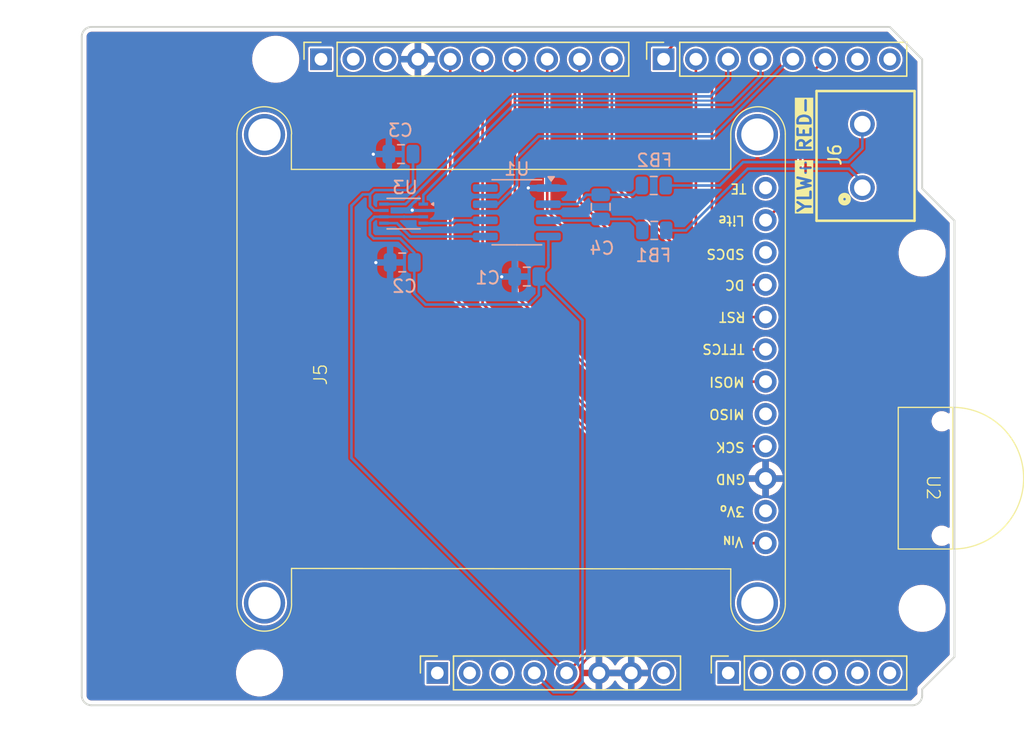
<source format=kicad_pcb>
(kicad_pcb (version 20240108) (generator "pcbnew") (generator_version "8.0")
  (title_block (date "mar. 31 mars 2015"))
  (layers (0 "F.Cu" signal) (31 "B.Cu" signal) (34 "B.Paste" user) (35 "F.Paste" user) (36 "B.SilkS" user "B.Silkscreen") (37 "F.SilkS" user "F.Silkscreen") (38 "B.Mask" user) (39 "F.Mask" user) (44 "Edge.Cuts" user))
  (net 0 "")
  (net 1 "GND")
  (net 3 "+5V")
  (net 4 "/IOREF")
  (net 5 "/A0")
  (net 6 "/A1")
  (net 7 "/A2")
  (net 8 "/A3")
  (net 9 "/SDA{slash}A4")
  (net 10 "/SCL{slash}A5")
  (net 11 "/AREF")
  (net 12 "/TX{slash}1")
  (net 13 "/RX{slash}0")
  (net 14 "+3V3")
  (net 15 "VCC")
  (net 16 "/~{RESET}")
  (net 17 "Net-(U1-T+)")
  (net 18 "Net-(U1-T-)")
  (net 19 "Net-(FB1-Pad1)")
  (net 20 "Net-(FB2-Pad2)")
  (net 21 "/MAX31855_SCK_3V3")
  (net 22 "/MAX31855_~{CS}_3V3")
  (net 30 "/TFT_MOSI")
  (net 31 "/THMB_CW")
  (net 32 "/TFT_SCK")
  (net 33 "/TFT_~{CS}")
  (net 34 "/TFT_DC")
  (net 35 "/TFT_RST")
  (net 36 "/TFT_BL")
  (net 37 "/THMB_CCW")
  (net 38 "/MAX31855_MISO")
  (net 39 "/THMB_PRESS")
  (net 40 "/MAX31855_~{CS}_5V")
  (net 41 "/MAX31855_SCK_5V")
  (net 42 "/A5")
  (net 43 "/A4")
  (footprint "Connector_PinSocket_2.54mm:PinSocket_1x08_P2.54mm_Vertical" (layer "F.Cu") (at 127.94 97.46 90)
    (property "Reference" "J1" (hide yes))
    (property "Value" "Power")
    (fp_line (start 1.33 -1.33) (end 1.33 0) (stroke (width 0.12)) (layer "F.SilkS"))
    (fp_line (start 0 -1.33) (end 1.33 -1.33) (stroke (width 0.12)) (layer "F.SilkS"))
    (fp_line (start 1.33 1.27) (end 1.33 19.11) (stroke (width 0.12)) (layer "F.SilkS"))
    (fp_line (start -1.33 1.27) (end 1.33 1.27) (stroke (width 0.12)) (layer "F.SilkS"))
    (fp_line (start -1.33 1.27) (end -1.33 19.11) (stroke (width 0.12)) (layer "F.SilkS"))
    (fp_line (start -1.33 19.11) (end 1.33 19.11) (stroke (width 0.12)) (layer "F.SilkS"))
    (pad "1" thru_hole rect (at 0 0 90) (size 1.7 1.7) (drill 1) (layers "*.Cu" "*.Mask"))
    (pad "2" thru_hole oval (at 0 2.54 90) (size 1.7 1.7) (drill 1) (layers "*.Cu" "*.Mask") (net 4 "/IOREF"))
    (pad "3" thru_hole oval (at 0 5.08 90) (size 1.7 1.7) (drill 1) (layers "*.Cu" "*.Mask") (net 16 "/~{RESET}"))
    (pad "4" thru_hole oval (at 0 7.62 90) (size 1.7 1.7) (drill 1) (layers "*.Cu" "*.Mask") (net 14 "+3V3"))
    (pad "5" thru_hole oval (at 0 10.16 90) (size 1.7 1.7) (drill 1) (layers "*.Cu" "*.Mask") (net 3 "+5V"))
    (pad "6" thru_hole oval (at 0 12.7 90) (size 1.7 1.7) (drill 1) (layers "*.Cu" "*.Mask") (net 1 "GND"))
    (pad "7" thru_hole oval (at 0 15.24 90) (size 1.7 1.7) (drill 1) (layers "*.Cu" "*.Mask") (net 1 "GND"))
    (pad "8" thru_hole oval (at 0 17.78 90) (size 1.7 1.7) (drill 1) (layers "*.Cu" "*.Mask") (net 15 "VCC"))
  )
  (footprint "Connector_PinSocket_2.54mm:PinSocket_1x06_P2.54mm_Vertical" (layer "F.Cu") (at 150.8 97.46 90)
    (property "Reference" "J3" (hide yes))
    (property "Value" "Analog")
    (fp_line (start 1.33 -1.33) (end 1.33 0) (stroke (width 0.12)) (layer "F.SilkS"))
    (fp_line (start 0 -1.33) (end 1.33 -1.33) (stroke (width 0.12)) (layer "F.SilkS"))
    (fp_line (start 1.33 1.27) (end 1.33 14.03) (stroke (width 0.12)) (layer "F.SilkS"))
    (fp_line (start -1.33 1.27) (end 1.33 1.27) (stroke (width 0.12)) (layer "F.SilkS"))
    (fp_line (start -1.33 1.27) (end -1.33 14.03) (stroke (width 0.12)) (layer "F.SilkS"))
    (fp_line (start -1.33 14.03) (end 1.33 14.03) (stroke (width 0.12)) (layer "F.SilkS"))
    (pad "1" thru_hole rect (at 0 0 90) (size 1.7 1.7) (drill 1) (layers "*.Cu" "*.Mask") (net 5 "/A0"))
    (pad "2" thru_hole oval (at 0 2.54 90) (size 1.7 1.7) (drill 1) (layers "*.Cu" "*.Mask") (net 6 "/A1"))
    (pad "3" thru_hole oval (at 0 5.08 90) (size 1.7 1.7) (drill 1) (layers "*.Cu" "*.Mask") (net 7 "/A2"))
    (pad "4" thru_hole oval (at 0 7.62 90) (size 1.7 1.7) (drill 1) (layers "*.Cu" "*.Mask") (net 8 "/A3"))
    (pad "5" thru_hole oval (at 0 10.16 90) (size 1.7 1.7) (drill 1) (layers "*.Cu" "*.Mask") (net 43 "/A4"))
    (pad "6" thru_hole oval (at 0 12.7 90) (size 1.7 1.7) (drill 1) (layers "*.Cu" "*.Mask") (net 42 "/A5"))
  )
  (footprint "Connector_PinSocket_2.54mm:PinSocket_1x10_P2.54mm_Vertical" (layer "F.Cu") (at 118.796 49.2 90)
    (property "Reference" "J2" (hide yes))
    (property "Value" "Digital/PWM")
    (fp_line (start 1.33 -1.33) (end 1.33 0) (stroke (width 0.12)) (layer "F.SilkS"))
    (fp_line (start 0 -1.33) (end 1.33 -1.33) (stroke (width 0.12)) (layer "F.SilkS"))
    (fp_line (start 1.33 1.27) (end 1.33 24.19) (stroke (width 0.12)) (layer "F.SilkS"))
    (fp_line (start -1.33 1.27) (end 1.33 1.27) (stroke (width 0.12)) (layer "F.SilkS"))
    (fp_line (start -1.33 1.27) (end -1.33 24.19) (stroke (width 0.12)) (layer "F.SilkS"))
    (fp_line (start -1.33 24.19) (end 1.33 24.19) (stroke (width 0.12)) (layer "F.SilkS"))
    (pad "1" thru_hole rect (at 0 0 90) (size 1.7 1.7) (drill 1) (layers "*.Cu" "*.Mask") (net 10 "/SCL{slash}A5"))
    (pad "2" thru_hole oval (at 0 2.54 90) (size 1.7 1.7) (drill 1) (layers "*.Cu" "*.Mask") (net 9 "/SDA{slash}A4"))
    (pad "3" thru_hole oval (at 0 5.08 90) (size 1.7 1.7) (drill 1) (layers "*.Cu" "*.Mask") (net 11 "/AREF"))
    (pad "4" thru_hole oval (at 0 7.62 90) (size 1.7 1.7) (drill 1) (layers "*.Cu" "*.Mask") (net 1 "GND"))
    (pad "5" thru_hole oval (at 0 10.16 90) (size 1.7 1.7) (drill 1) (layers "*.Cu" "*.Mask") (net 32 "/TFT_SCK"))
    (pad "6" thru_hole oval (at 0 12.7 90) (size 1.7 1.7) (drill 1) (layers "*.Cu" "*.Mask") (net 31 "/THMB_CW"))
    (pad "7" thru_hole oval (at 0 15.24 90) (size 1.7 1.7) (drill 1) (layers "*.Cu" "*.Mask") (net 30 "/TFT_MOSI"))
    (pad "8" thru_hole oval (at 0 17.78 90) (size 1.7 1.7) (drill 1) (layers "*.Cu" "*.Mask") (net 33 "/TFT_~{CS}"))
    (pad "9" thru_hole oval (at 0 20.32 90) (size 1.7 1.7) (drill 1) (layers "*.Cu" "*.Mask") (net 35 "/TFT_RST"))
    (pad "10" thru_hole oval (at 0 22.86 90) (size 1.7 1.7) (drill 1) (layers "*.Cu" "*.Mask") (net 34 "/TFT_DC"))
  )
  (footprint "Connector_PinSocket_2.54mm:PinSocket_1x08_P2.54mm_Vertical" (layer "F.Cu") (at 145.72 49.2 90)
    (property "Reference" "J4" (hide yes))
    (property "Value" "Digital/PWM")
    (fp_line (start 1.33 -1.33) (end 1.33 0) (stroke (width 0.12)) (layer "F.SilkS"))
    (fp_line (start 0 -1.33) (end 1.33 -1.33) (stroke (width 0.12)) (layer "F.SilkS"))
    (fp_line (start 1.33 1.27) (end 1.33 19.11) (stroke (width 0.12)) (layer "F.SilkS"))
    (fp_line (start -1.33 1.27) (end 1.33 1.27) (stroke (width 0.12)) (layer "F.SilkS"))
    (fp_line (start -1.33 1.27) (end -1.33 19.11) (stroke (width 0.12)) (layer "F.SilkS"))
    (fp_line (start -1.33 19.11) (end 1.33 19.11) (stroke (width 0.12)) (layer "F.SilkS"))
    (pad "1" thru_hole rect (at 0 0 90) (size 1.7 1.7) (drill 1) (layers "*.Cu" "*.Mask") (net 37 "/THMB_CCW"))
    (pad "2" thru_hole oval (at 0 2.54 90) (size 1.7 1.7) (drill 1) (layers "*.Cu" "*.Mask") (net 39 "/THMB_PRESS"))
    (pad "3" thru_hole oval (at 0 5.08 90) (size 1.7 1.7) (drill 1) (layers "*.Cu" "*.Mask") (net 41 "/MAX31855_SCK_5V"))
    (pad "4" thru_hole oval (at 0 7.62 90) (size 1.7 1.7) (drill 1) (layers "*.Cu" "*.Mask") (net 40 "/MAX31855_~{CS}_5V"))
    (pad "5" thru_hole oval (at 0 10.16 90) (size 1.7 1.7) (drill 1) (layers "*.Cu" "*.Mask") (net 38 "/MAX31855_MISO"))
    (pad "6" thru_hole oval (at 0 12.7 90) (size 1.7 1.7) (drill 1) (layers "*.Cu" "*.Mask") (net 36 "/TFT_BL"))
    (pad "7" thru_hole oval (at 0 15.24 90) (size 1.7 1.7) (drill 1) (layers "*.Cu" "*.Mask") (net 12 "/TX{slash}1"))
    (pad "8" thru_hole oval (at 0 17.78 90) (size 1.7 1.7) (drill 1) (layers "*.Cu" "*.Mask") (net 13 "/RX{slash}0"))
  )
  (footprint "Arduino_MountingHole:MountingHole_3.2mm" (layer "F.Cu") (at 115.24 49.2)
    (property "Reference" "MH1" (hide yes))
    (property "Value" "MountingHole_3.2mm" (hide yes))
    (pad "" np_thru_hole circle (at 0 0) (size 3.2 3.2) (drill 3.2) (layers "*.Cu" "*.Mask"))
  )
  (footprint "KnitterSwitch:PLSJ1" (layer "F.Cu") (at 168.505 76.57 -90)
    (property "Reference" "U2" (at 6.305 1.59 -90) (layer "F.SilkS") (effects (font (thickness 0.1))))
    (property "Value" "~")
    (fp_rect (start 0.005 0.06) (end 11.145 4.345) (stroke (width 0.1)) (fill none) (layer "F.SilkS"))
    (fp_arc (start 0.005 0.06) (mid 5.575 -5.51) (end 11.145 0.06) (stroke (width 0.1)) (layer "F.SilkS"))
    (pad "" np_thru_hole circle (at 1.1 0.925 270) (size 1.1 1.1) (drill 1.1) (layers "F&B.Cu" "*.Mask"))
    (pad "" np_thru_hole circle (at 10.1 0.925 270) (size 1.1 1.1) (drill 1.1) (layers "F&B.Cu" "*.Mask"))
    (pad "1" smd rect (at 1.85 3.725 270) (size 0.8 1.2) (layers "F.Cu" "F.Paste" "F.Mask") (net 37 "/THMB_CCW"))
    (pad "2" smd rect (at 3.35 3.725 270) (size 0.8 1.2) (layers "F.Cu" "F.Paste" "F.Mask"))
    (pad "3" smd rect (at 7.85 3.725 270) (size 0.8 1.2) (layers "F.Cu" "F.Paste" "F.Mask"))
    (pad "4" smd rect (at 9.35 3.725 270) (size 0.8 1.2) (layers "F.Cu" "F.Paste" "F.Mask") (net 31 "/THMB_CW"))
    (pad "5" smd rect (at 4.85 3.725 270) (size 0.8 1.2) (layers "F.Cu" "F.Paste" "F.Mask") (net 39 "/THMB_PRESS"))
    (pad "6" smd rect (at 0.75 3.975 270) (size 0.7 0.7) (layers "F.Cu" "F.Paste" "F.Mask") (net 1 "GND"))
    (pad "6" smd rect (at 6.35 3.725 270) (size 0.8 1.2) (layers "F.Cu" "F.Paste" "F.Mask") (net 1 "GND"))
    (pad "6" smd rect (at 10.45 3.975 270) (size 0.7 0.7) (layers "F.Cu" "F.Paste" "F.Mask") (net 1 "GND"))
  )
  (footprint "691137710002:691137710002" (layer "F.Cu") (at 161.34 56.8 90)
    (property "Reference" "J6" (at 0.09 -2.16 -90) (layer "F.SilkS"))
    (property "Value" "691137710002")
    (property "VALUE" "691137710002" (hide yes))
    (fp_line (start 5.1 -3.6) (end 5.1 4.1) (stroke (width 0.2)) (layer "F.SilkS"))
    (fp_line (start -5.1 -3.6) (end 5.1 -3.6) (stroke (width 0.2)) (layer "F.SilkS"))
    (fp_line (start 5.1 4.1) (end -5.1 4.1) (stroke (width 0.2)) (layer "F.SilkS"))
    (fp_line (start -5.1 4.1) (end -5.1 -3.6) (stroke (width 0.2)) (layer "F.SilkS"))
    (fp_circle (center -3.4 -1.4) (end -3.3 -1.4) (stroke (width 0.4)) (fill none) (layer "F.SilkS"))
    (pad "1" thru_hole circle (at -2.5 0 90) (size 1.95 1.95) (drill 1.3) (layers "*.Cu" "*.Mask") (net 19 "Net-(FB1-Pad1)"))
    (pad "2" thru_hole circle (at 2.5 0 90) (size 1.95 1.95) (drill 1.3) (layers "*.Cu" "*.Mask") (net 20 "Net-(FB2-Pad2)"))
  )
  (footprint "Adafruit:1.54 TFT 240x240" (layer "F.Cu") (at 111.5725 94.7025 90)
    (property "Reference" "J5" (at 20.705 7.19 90) (layer "F.SilkS") (effects (font (thickness 0.1))))
    (property "Value" "Adafruit 1.54\" TFT")
    (fp_line (start 2.675 0.625) (end 39.62 0.625) (stroke (width 0.1)) (layer "F.SilkS"))
    (fp_line (start 36.84 4.9) (end 39.59 4.9) (stroke (width 0.1)) (layer "F.SilkS"))
    (fp_line (start 36.84 4.9) (end 36.84 39.425) (stroke (width 0.1)) (layer "F.SilkS"))
    (fp_line (start 2.71 4.91) (end 5.46 4.91) (stroke (width 0.1)) (layer "F.SilkS"))
    (fp_line (start 36.84 39.425) (end 39.59 39.425) (stroke (width 0.1)) (layer "F.SilkS"))
    (fp_line (start 5.425 39.425) (end 5.46 4.91) (stroke (width 0.1)) (layer "F.SilkS"))
    (fp_line (start 2.675 39.425) (end 5.425 39.425) (stroke (width 0.1)) (layer "F.SilkS"))
    (fp_line (start 2.675 43.715) (end 39.62 43.715) (stroke (width 0.1)) (layer "F.SilkS"))
    (fp_arc (start 39.62 0.625) (mid 41.765 2.77) (end 39.62 4.915) (stroke (width 0.1)) (layer "F.SilkS"))
    (fp_arc (start 2.675 4.915) (mid 0.53 2.77) (end 2.675 0.625) (stroke (width 0.1)) (layer "F.SilkS"))
    (fp_arc (start 39.62 39.425) (mid 41.765 41.57) (end 39.62 43.715) (stroke (width 0.1)) (layer "F.SilkS"))
    (fp_arc (start 2.675 43.715) (mid 0.53 41.57) (end 2.675 39.425) (stroke (width 0.1)) (layer "F.SilkS"))
    (fp_text user "MISO" (at 18.0404 40.5872 180) (layer "F.SilkS") (effects (font (size 0.762 0.762) (thickness 0.127) (bold yes)) (justify left bottom)))
    (fp_text user "RST" (at 25.6858 40.6634 180) (layer "F.SilkS") (effects (font (size 0.762 0.762) (thickness 0.127) (bold yes)) (justify left bottom)))
    (fp_text user "MOSI" (at 20.5804 40.5872 180) (layer "F.SilkS") (effects (font (size 0.762 0.762) (thickness 0.127) (bold yes)) (justify left bottom)))
    (fp_text user "TFTCS" (at 23.1712 40.5872 180) (layer "F.SilkS") (effects (font (size 0.762 0.762) (thickness 0.127) (bold yes)) (justify left bottom)))
    (fp_text user "Lite" (at 33.255 40.5872 180) (layer "F.SilkS") (effects (font (size 0.762 0.762) (thickness 0.127) (bold yes)) (justify left bottom)))
    (fp_text user "V_{IN}" (at 7.982 40.4856 180) (layer "F.SilkS") (effects (font (size 0.762 0.762) (thickness 0.127) (bold yes)) (justify left bottom)))
    (fp_text user "SDCS" (at 30.6388 40.5872 180) (layer "F.SilkS") (effects (font (size 0.762 0.762) (thickness 0.127) (bold yes)) (justify left bottom)))
    (fp_text user "TE" (at 35.78 40.747 180) (layer "F.SilkS") (effects (font (size 0.762 0.762) (thickness 0.127) (bold yes)) (justify left bottom)))
    (fp_text user "DC" (at 28.2004 40.5872 180) (layer "F.SilkS") (effects (font (size 0.762 0.762) (thickness 0.127) (bold yes)) (justify left bottom)))
    (fp_text user "SCK" (at 15.4496 40.5872 180) (layer "F.SilkS") (effects (font (size 0.762 0.762) (thickness 0.127) (bold yes)) (justify left bottom)))
    (fp_text user "3V_{o}" (at 10.395 40.5872 180) (layer "F.SilkS") (effects (font (size 0.762 0.762) (thickness 0.127) (bold yes)) (justify left bottom)))
    (fp_text user "GND" (at 12.935 40.6634 180) (layer "F.SilkS") (effects (font (size 0.762 0.762) (thickness 0.127) (bold yes)) (justify left bottom)))
    (pad "" np_thru_hole circle (at 2.7486 2.7868) (size 3.24 3.24) (drill 2.54) (layers "*.Cu" "*.Mask"))
    (pad "" np_thru_hole circle (at 2.7486 41.5218) (size 3.24 3.24) (drill 2.54) (layers "*.Cu" "*.Mask"))
    (pad "" np_thru_hole circle (at 39.5786 2.7868) (size 3.24 3.24) (drill 2.54) (layers "*.Cu" "*.Mask"))
    (pad "" np_thru_hole circle (at 39.5786 41.5218) (size 3.24 3.24) (drill 2.54) (layers "*.Cu" "*.Mask"))
    (pad "1" thru_hole oval (at 7.4486 42.162 90) (size 1.7272 1.7272) (drill 1.016) (layers "*.Cu" "*.Mask") (net 3 "+5V"))
    (pad "2" thru_hole oval (at 9.9886 42.162 90) (size 1.7272 1.7272) (drill 1.016) (layers "*.Cu" "*.Mask"))
    (pad "3" thru_hole oval (at 12.5286 42.162 90) (size 1.7272 1.7272) (drill 1.016) (layers "*.Cu" "*.Mask") (net 1 "GND"))
    (pad "4" thru_hole oval (at 15.0686 42.162 90) (size 1.7272 1.7272) (drill 1.016) (layers "*.Cu" "*.Mask") (net 32 "/TFT_SCK"))
    (pad "5" thru_hole oval (at 17.6086 42.162 90) (size 1.7272 1.7272) (drill 1.016) (layers "*.Cu" "*.Mask"))
    (pad "6" thru_hole oval (at 20.1486 42.162 90) (size 1.7272 1.7272) (drill 1.016) (layers "*.Cu" "*.Mask") (net 30 "/TFT_MOSI"))
    (pad "7" thru_hole oval (at 22.6886 42.162 90) (size 1.7272 1.7272) (drill 1.016) (layers "*.Cu" "*.Mask") (net 33 "/TFT_~{CS}"))
    (pad "8" thru_hole oval (at 25.2286 42.162 90) (size 1.7272 1.7272) (drill 1.016) (layers "*.Cu" "*.Mask") (net 35 "/TFT_RST"))
    (pad "9" thru_hole oval (at 27.7686 42.162 90) (size 1.7272 1.7272) (drill 1.016) (layers "*.Cu" "*.Mask") (net 34 "/TFT_DC"))
    (pad "10" thru_hole oval (at 30.3086 42.162 90) (size 1.7272 1.7272) (drill 1.016) (layers "*.Cu" "*.Mask"))
    (pad "11" thru_hole oval (at 32.8486 42.162 90) (size 1.7272 1.7272) (drill 1.016) (layers "*.Cu" "*.Mask") (net 36 "/TFT_BL"))
    (pad "12" thru_hole oval (at 35.3886 42.162 90) (size 1.7272 1.7272) (drill 1.016) (layers "*.Cu" "*.Mask"))
  )
  (footprint "Arduino_MountingHole:MountingHole_3.2mm" (layer "F.Cu") (at 113.97 97.46)
    (property "Reference" "MH2" (hide yes))
    (property "Value" "MountingHole_3.2mm" (hide yes))
    (pad "" np_thru_hole circle (at 0 0) (size 3.2 3.2) (drill 3.2) (layers "*.Cu" "*.Mask"))
  )
  (footprint "Arduino_MountingHole:MountingHole_3.2mm" (layer "F.Cu") (at 166.04 64.44)
    (property "Reference" "MH3" (hide yes))
    (property "Value" "MountingHole_3.2mm" (hide yes))
    (pad "" np_thru_hole circle (at 0 0) (size 3.2 3.2) (drill 3.2) (layers "*.Cu" "*.Mask"))
  )
  (footprint "Arduino_MountingHole:MountingHole_3.2mm" (layer "F.Cu") (at 166.04 92.38)
    (property "Reference" "MH4" (hide yes))
    (property "Value" "MountingHole_3.2mm" (hide yes))
    (pad "" np_thru_hole circle (at 0 0) (size 3.2 3.2) (drill 3.2) (layers "*.Cu" "*.Mask"))
  )
  (footprint "Capacitor_SMD:C_0805_2012Metric" (layer "B.Cu") (at 140.78 60.81 90)
    (property "Reference" "C4" (at -3.25 0.1 360) (layer "B.SilkS") (effects (justify mirror)))
    (property "Value" "10 nF")
    (fp_line (start 0.261252 -0.735) (end -0.261252 -0.735) (stroke (width 0.12)) (layer "B.SilkS"))
    (fp_line (start 0.261252 0.735) (end -0.261252 0.735) (stroke (width 0.12)) (layer "B.SilkS"))
    (pad "1" smd roundrect (at -0.95 0 90) (size 1 1.45) (layers "B.Cu" "B.Paste" "B.Mask") (net 17 "Net-(U1-T+)"))
    (pad "2" smd roundrect (at 0.95 0 90) (size 1 1.45) (layers "B.Cu" "B.Paste" "B.Mask") (net 18 "Net-(U1-T-)"))
  )
  (footprint "Capacitor_SMD:C_0805_2012Metric" (layer "B.Cu") (at 125.18 65.18 180)
    (property "Reference" "C2" (at -0.18 -1.87 180) (layer "B.SilkS") (effects (justify mirror)))
    (property "Value" "0.1 uF")
    (fp_line (start 0.261252 0.735) (end -0.261252 0.735) (stroke (width 0.12)) (layer "B.SilkS"))
    (fp_line (start 0.261252 -0.735) (end -0.261252 -0.735) (stroke (width 0.12)) (layer "B.SilkS"))
    (pad "1" smd roundrect (at -0.95 0 180) (size 1 1.45) (layers "B.Cu" "B.Paste" "B.Mask") (net 14 "+3V3"))
    (pad "2" smd roundrect (at 0.95 0 180) (size 1 1.45) (layers "B.Cu" "B.Paste" "B.Mask") (net 1 "GND"))
  )
  (footprint "Capacitor_SMD:C_0805_2012Metric" (layer "B.Cu") (at 134.97 66.29 180)
    (property "Reference" "C1" (at 3.07 -0.1 180) (layer "B.SilkS") (effects (justify mirror)))
    (property "Value" "0.1 uF")
    (fp_line (start 0.261252 0.735) (end -0.261252 0.735) (stroke (width 0.12)) (layer "B.SilkS"))
    (fp_line (start 0.261252 -0.735) (end -0.261252 -0.735) (stroke (width 0.12)) (layer "B.SilkS"))
    (pad "1" smd roundrect (at -0.95 0 180) (size 1 1.45) (layers "B.Cu" "B.Paste" "B.Mask") (net 14 "+3V3"))
    (pad "2" smd roundrect (at 0.95 0 180) (size 1 1.45) (layers "B.Cu" "B.Paste" "B.Mask") (net 1 "GND"))
  )
  (footprint "Fuse:Fuse_0805_2012Metric" (layer "B.Cu") (at 144.9875 62.66 180)
    (property "Reference" "FB1" (at 0.0675 -1.97 180) (layer "B.SilkS") (effects (justify mirror)))
    (property "Value" "600Ω")
    (fp_line (start 0.258578 0.71) (end -0.258578 0.71) (stroke (width 0.12)) (layer "B.SilkS"))
    (fp_line (start 0.258578 -0.71) (end -0.258578 -0.71) (stroke (width 0.12)) (layer "B.SilkS"))
    (pad "1" smd roundrect (at -0.9375 0 180) (size 0.975 1.4) (layers "B.Cu" "B.Paste" "B.Mask") (net 19 "Net-(FB1-Pad1)"))
    (pad "2" smd roundrect (at 0.9375 0 180) (size 0.975 1.4) (layers "B.Cu" "B.Paste" "B.Mask") (net 17 "Net-(U1-T+)"))
  )
  (footprint "Fuse:Fuse_0805_2012Metric" (layer "B.Cu") (at 144.95 59.13)
    (property "Reference" "FB2" (at 0.05 -1.98 360) (layer "B.SilkS") (effects (justify mirror)))
    (property "Value" "600Ω")
    (fp_line (start 0.258578 -0.71) (end -0.258578 -0.71) (stroke (width 0.12)) (layer "B.SilkS"))
    (fp_line (start 0.258578 0.71) (end -0.258578 0.71) (stroke (width 0.12)) (layer "B.SilkS"))
    (pad "1" smd roundrect (at -0.9375 0) (size 0.975 1.4) (layers "B.Cu" "B.Paste" "B.Mask") (net 18 "Net-(U1-T-)"))
    (pad "2" smd roundrect (at 0.9375 0) (size 0.975 1.4) (layers "B.Cu" "B.Paste" "B.Mask") (net 20 "Net-(FB2-Pad2)"))
  )
  (footprint "Capacitor_SMD:C_0805_2012Metric" (layer "B.Cu") (at 125.08 56.66 180)
    (property "Reference" "C3" (at 0.04 1.87 180) (layer "B.SilkS") (effects (justify mirror)))
    (property "Value" "0.1 uF")
    (fp_line (start 0.261252 0.735) (end -0.261252 0.735) (stroke (width 0.12)) (layer "B.SilkS"))
    (fp_line (start 0.261252 -0.735) (end -0.261252 -0.735) (stroke (width 0.12)) (layer "B.SilkS"))
    (pad "1" smd roundrect (at -0.95 0 180) (size 1 1.45) (layers "B.Cu" "B.Paste" "B.Mask") (net 3 "+5V"))
    (pad "2" smd roundrect (at 0.95 0 180) (size 1 1.45) (layers "B.Cu" "B.Paste" "B.Mask") (net 1 "GND"))
  )
  (footprint "Package_SO:SOIC-8_3.9x4.9mm_P1.27mm" (layer "B.Cu") (at 134.19 61.235 180)
    (property "Reference" "U1" (at 0 3.4 180) (layer "B.SilkS") (effects (justify mirror)))
    (property "Value" "MAX31855KASA")
    (fp_line (start 1.95 2.56) (end 0 2.56) (stroke (width 0.12)) (layer "B.SilkS"))
    (fp_line (start 1.95 -2.56) (end 0 -2.56) (stroke (width 0.12)) (layer "B.SilkS"))
    (fp_line (start -1.95 2.56) (end 0 2.56) (stroke (width 0.12)) (layer "B.SilkS"))
    (fp_line (start -1.95 -2.56) (end 0 -2.56) (stroke (width 0.12)) (layer "B.SilkS"))
    (fp_poly (pts (xy -2.7 2.465) (xy -2.94 2.795) (xy -2.46 2.795) (xy -2.7 2.465)) (stroke (width 0.12)) (fill solid) (layer "B.SilkS"))
    (pad "1" smd roundrect (at -2.475 1.905 180) (size 1.95 0.6) (layers "B.Cu" "B.Paste" "B.Mask") (net 1 "GND"))
    (pad "2" smd roundrect (at -2.475 0.635 180) (size 1.95 0.6) (layers "B.Cu" "B.Paste" "B.Mask") (net 18 "Net-(U1-T-)"))
    (pad "3" smd roundrect (at -2.475 -0.635 180) (size 1.95 0.6) (layers "B.Cu" "B.Paste" "B.Mask") (net 17 "Net-(U1-T+)"))
    (pad "4" smd roundrect (at -2.475 -1.905 180) (size 1.95 0.6) (layers "B.Cu" "B.Paste" "B.Mask") (net 14 "+3V3"))
    (pad "5" smd roundrect (at 2.475 -1.905 180) (size 1.95 0.6) (layers "B.Cu" "B.Paste" "B.Mask") (net 21 "/MAX31855_SCK_3V3"))
    (pad "6" smd roundrect (at 2.475 -0.635 180) (size 1.95 0.6) (layers "B.Cu" "B.Paste" "B.Mask") (net 22 "/MAX31855_~{CS}_3V3"))
    (pad "7" smd roundrect (at 2.475 0.635 180) (size 1.95 0.6) (layers "B.Cu" "B.Paste" "B.Mask") (net 38 "/MAX31855_MISO"))
    (pad "8" smd roundrect (at 2.475 1.905 180) (size 1.95 0.6) (layers "B.Cu" "B.Paste" "B.Mask"))
  )
  (footprint "Package_SO:VSSOP-8_2.4x2.1mm_P0.5mm" (layer "B.Cu") (at 125.29 61.34 180)
    (property "Reference" "U3" (at -0.12 2.05 180) (layer "B.SilkS") (effects (justify mirror)))
    (property "Value" "TXB0102DCU")
    (fp_line (start 1.3 -1.2) (end -1.3 -1.2) (stroke (width 0.12)) (layer "B.SilkS"))
    (fp_line (start -1.3 1.2) (end 1.3 1.2) (stroke (width 0.12)) (layer "B.SilkS"))
    (fp_poly (pts (xy -2.35 0.65) (xy -2.2 0.75) (xy -2.35 0.85)) (stroke (width 0.12)) (fill none) (layer "B.SilkS"))
    (pad "1" smd rect (at -1.55 0.75 180) (size 0.75 0.25) (layers "B.Cu" "B.Paste" "B.Mask") (net 40 "/MAX31855_~{CS}_5V"))
    (pad "2" smd rect (at -1.55 0.25 180) (size 0.75 0.25) (layers "B.Cu" "B.Paste" "B.Mask") (net 1 "GND"))
    (pad "3" smd rect (at -1.55 -0.25 180) (size 0.75 0.25) (layers "B.Cu" "B.Paste" "B.Mask") (net 14 "+3V3"))
    (pad "4" smd rect (at -1.55 -0.75 180) (size 0.75 0.25) (layers "B.Cu" "B.Paste" "B.Mask") (net 22 "/MAX31855_~{CS}_3V3"))
    (pad "5" smd rect (at 1.55 -0.75 180) (size 0.75 0.25) (layers "B.Cu" "B.Paste" "B.Mask") (net 21 "/MAX31855_SCK_3V3"))
    (pad "6" smd rect (at 1.55 -0.25 180) (size 0.75 0.25) (layers "B.Cu" "B.Paste" "B.Mask") (net 14 "+3V3"))
    (pad "7" smd rect (at 1.55 0.25 180) (size 0.75 0.25) (layers "B.Cu" "B.Paste" "B.Mask") (net 3 "+5V"))
    (pad "8" smd rect (at 1.55 0.75 180) (size 0.75 0.25) (layers "B.Cu" "B.Paste" "B.Mask") (net 41 "/MAX31855_SCK_5V"))
  )
  (gr_line (start 166.04 59.36) (end 168.58 61.9) (stroke (width 0.15)) (layer "Edge.Cuts"))
  (gr_line (start 100 99.238) (end 100 47.422) (stroke (width 0.15)) (layer "Edge.Cuts"))
  (gr_line (start 168.58 61.9) (end 168.58 96.19) (stroke (width 0.15)) (layer "Edge.Cuts"))
  (gr_line (start 165.278 100) (end 100.762 100) (stroke (width 0.15)) (layer "Edge.Cuts"))
  (gr_line (start 100.762 46.66) (end 163.5 46.66) (stroke (width 0.15)) (layer "Edge.Cuts"))
  (gr_arc (start 100.762 100) (mid 100.223185 99.776815) (end 100 99.238) (stroke (width 0.15)) (layer "Edge.Cuts"))
  (gr_line (start 168.58 96.19) (end 166.04 98.73) (stroke (width 0.15)) (layer "Edge.Cuts"))
  (gr_line (start 163.5 46.66) (end 166.04 49.2) (stroke (width 0.15)) (layer "Edge.Cuts"))
  (gr_arc (start 166.04 99.238) (mid 165.816815 99.776815) (end 165.278 100) (stroke (width 0.15)) (layer "Edge.Cuts"))
  (gr_line (start 166.04 49.2) (end 166.04 59.36) (stroke (width 0.15)) (layer "Edge.Cuts"))
  (gr_line (start 166.04 98.73) (end 166.04 99.238) (stroke (width 0.15)) (layer "Edge.Cuts"))
  (gr_arc (start 100 47.422) (mid 100.223185 46.883185) (end 100.762 46.66) (stroke (width 0.15)) (layer "Edge.Cuts"))
  (gr_text "YLW+" (at 157.4 59.16 90) (layer "F.SilkS" knockout) (effects (font (size 1.016 1.016) (thickness 0.2032) (bold yes)) (justify bottom)))
  (gr_text "RED-" (at 157.4 54.3 90) (layer "F.SilkS" knockout) (effects (font (size 1.016 1.016) (thickness 0.2032) (bold yes)) (justify bottom)))
  (via (at 122.91 56.67) (size 0.4572) (drill 0.254) (layers "F.Cu" "B.Cu") (net 1))
  (via (at 135.09 59.32) (size 0.4572) (drill 0.254) (layers "F.Cu" "B.Cu") (net 1))
  (via (at 125.97 61.07) (size 0.4572) (drill 0.254) (layers "F.Cu" "B.Cu") (net 1))
  (via (at 133 66.31) (size 0.4572) (drill 0.254) (layers "F.Cu" "B.Cu") (net 1))
  (via (at 123.11 65.19) (size 0.4572) (drill 0.254) (layers "F.Cu" "B.Cu") (net 1))
  (segment (start 148.3061 87.2539) (end 138.1 97.46) (width 0.2032) (layer "F.Cu") (net 3))
  (segment (start 153.7345 87.2539) (end 148.3061 87.2539) (width 0.2032) (layer "F.Cu") (net 3))
  (segment (start 122.65 59.83) (end 122.65 60.74) (width 0.2032) (layer "B.Cu") (net 3))
  (segment (start 126.03 56.66) (end 126.03 58.98) (width 0.2032) (layer "B.Cu") (net 3))
  (segment (start 122.08 59.83) (end 121.19 60.72) (width 0.2032) (layer "B.Cu") (net 3))
  (segment (start 126.03 58.98) (end 125.52 59.49) (width 0.2032) (layer "B.Cu") (net 3))
  (segment (start 122.65 60.74) (end 123 61.09) (width 0.2032) (layer "B.Cu") (net 3))
  (segment (start 121.19 80.55) (end 138.1 97.46) (width 0.2032) (layer "B.Cu") (net 3))
  (segment (start 125.52 59.49) (end 122.99 59.49) (width 0.2032) (layer "B.Cu") (net 3))
  (segment (start 123 61.09) (end 123.74 61.09) (width 0.2032) (layer "B.Cu") (net 3))
  (segment (start 122.65 59.83) (end 122.08 59.83) (width 0.2032) (layer "B.Cu") (net 3))
  (segment (start 121.19 60.72) (end 121.19 80.55) (width 0.2032) (layer "B.Cu") (net 3))
  (segment (start 122.99 59.49) (end 122.65 59.83) (width 0.2032) (layer "B.Cu") (net 3))
  (segment (start 125.31 61.59) (end 125.33 61.57) (width 0.2032) (layer "B.Cu") (net 14))
  (segment (start 122.64 61.94) (end 122.99 61.59) (width 0.2032) (layer "B.Cu") (net 14))
  (segment (start 136.665 65.545) (end 136.665 64.605) (width 0.2032) (layer "B.Cu") (net 14))
  (segment (start 139.35 98.14) (end 139.35 69.72) (width 0.2032) (layer "B.Cu") (net 14))
  (segment (start 139.35 69.72) (end 135.92 66.29) (width 0.2032) (layer "B.Cu") (net 14))
  (segment (start 136.66 64.6) (end 136.665 64.595) (width 0.2032) (layer "B.Cu") (net 14))
  (segment (start 123.74 61.59) (end 125.31 61.59) (width 0.2032) (layer "B.Cu") (net 14))
  (segment (start 138.51 98.98) (end 139.35 98.14) (width 0.2032) (layer "B.Cu") (net 14))
  (segment (start 125.33 61.57) (end 125.35 61.59) (width 0.2032) (layer "B.Cu") (net 14))
  (segment (start 135.92 66.29) (end 136.665 65.545) (width 0.2032) (layer "B.Cu") (net 14))
  (segment (start 135.92 66.29) (end 135.92 67.74) (width 0.2032) (layer "B.Cu") (net 14))
  (segment (start 122.64 62.99) (end 122.64 61.94) (width 0.2032) (layer "B.Cu") (net 14))
  (segment (start 126.13 67.6) (end 126.13 65.18) (width 0.2032) (layer "B.Cu") (net 14))
  (segment (start 137.08 98.98) (end 138.51 98.98) (width 0.2032) (layer "B.Cu") (net 14))
  (segment (start 135.92 67.74) (end 135.17 68.49) (width 0.2032) (layer "B.Cu") (net 14))
  (segment (start 125.35 61.59) (end 126.84 61.59) (width 0.2032) (layer "B.Cu") (net 14))
  (segment (start 127.02 68.49) (end 126.13 67.6) (width 0.2032) (layer "B.Cu") (net 14))
  (segment (start 124.89 63.29) (end 122.94 63.29) (width 0.2032) (layer "B.Cu") (net 14))
  (segment (start 135.17 68.49) (end 127.02 68.49) (width 0.2032) (layer "B.Cu") (net 14))
  (segment (start 126.13 64.42) (end 125.01 63.3) (width 0.2032) (layer "B.Cu") (net 14))
  (segment (start 136.665 64.605) (end 136.66 64.6) (width 0.2032) (layer "B.Cu") (net 14))
  (segment (start 124.9 63.3) (end 124.89 63.29) (width 0.2032) (layer "B.Cu") (net 14))
  (segment (start 125.01 63.3) (end 124.9 63.3) (width 0.2032) (layer "B.Cu") (net 14))
  (segment (start 122.94 63.29) (end 122.64 62.99) (width 0.2032) (layer "B.Cu") (net 14))
  (segment (start 122.99 61.59) (end 123.74 61.59) (width 0.2032) (layer "B.Cu") (net 14))
  (segment (start 136.665 64.595) (end 136.665 63.14) (width 0.2032) (layer "B.Cu") (net 14))
  (segment (start 126.13 65.18) (end 126.13 64.42) (width 0.2032) (layer "B.Cu") (net 14))
  (segment (start 135.56 97.46) (end 137.08 98.98) (width 0.2032) (layer "B.Cu") (net 14))
  (segment (start 140.66 61.88) (end 136.675 61.88) (width 0.2032) (layer "B.Cu") (net 17))
  (segment (start 140.78 61.76) (end 140.66 61.88) (width 0.2032) (layer "B.Cu") (net 17))
  (segment (start 136.675 61.88) (end 136.665 61.87) (width 0.2032) (layer "B.Cu") (net 17))
  (segment (start 143.15 61.76) (end 140.78 61.76) (width 0.2032) (layer "B.Cu") (net 17))
  (segment (start 144.05 62.66) (end 143.15 61.76) (width 0.2032) (layer "B.Cu") (net 17))
  (segment (start 140.78 59.86) (end 139.66 59.86) (width 0.2032) (layer "B.Cu") (net 18))
  (segment (start 139.66 59.86) (end 138.92 60.6) (width 0.2032) (layer "B.Cu") (net 18))
  (segment (start 138.92 60.6) (end 136.665 60.6) (width 0.2032) (layer "B.Cu") (net 18))
  (segment (start 143.2825 59.86) (end 140.78 59.86) (width 0.2032) (layer "B.Cu") (net 18))
  (segment (start 144.0125 59.13) (end 143.2825 59.86) (width 0.2032) (layer "B.Cu") (net 18))
  (segment (start 161.34 58.86) (end 160.29 57.81) (width 0.2032) (layer "B.Cu") (net 19))
  (segment (start 147.48 62.66) (end 145.925 62.66) (width 0.2032) (layer "B.Cu") (net 19))
  (segment (start 152.33 57.81) (end 147.48 62.66) (width 0.2032) (layer "B.Cu") (net 19))
  (segment (start 161.34 59.3) (end 161.34 58.86) (width 0.2032) (layer "B.Cu") (net 19))
  (segment (start 160.29 57.81) (end 152.33 57.81) (width 0.2032) (layer "B.Cu") (net 19))
  (segment (start 161.34 56.21) (end 161.34 54.3) (width 0.2032) (layer "B.Cu") (net 20))
  (segment (start 160.26 57.29) (end 161.34 56.21) (width 0.2032) (layer "B.Cu") (net 20))
  (segment (start 151.97 57.29) (end 160.26 57.29) (width 0.2032) (layer "B.Cu") (net 20))
  (segment (start 145.8875 59.13) (end 150.13 59.13) (width 0.2032) (layer "B.Cu") (net 20))
  (segment (start 150.13 59.13) (end 151.97 57.29) (width 0.2032) (layer "B.Cu") (net 20))
  (segment (start 125.82 63.14) (end 124.77 62.09) (width 0.2032) (layer "B.Cu") (net 21))
  (segment (start 131.715 63.14) (end 125.82 63.14) (width 0.2032) (layer "B.Cu") (net 21))
  (segment (start 124.77 62.09) (end 123.74 62.09) (width 0.2032) (layer "B.Cu") (net 21))
  (segment (start 129.33 61.87) (end 129.11 62.09) (width 0.2032) (layer "B.Cu") (net 22))
  (segment (start 131.715 61.87) (end 129.33 61.87) (width 0.2032) (layer "B.Cu") (net 22))
  (segment (start 129.11 62.09) (end 126.84 62.09) (width 0.2032) (layer "B.Cu") (net 22))
  (segment (start 134.036 67.306) (end 134.036 49.2) (width 0.2032) (layer "F.Cu") (net 30))
  (segment (start 153.7345 74.5539) (end 140.8739 74.5539) (width 0.2032) (layer "F.Cu") (net 30))
  (segment (start 134.08 67.35) (end 134.036 67.306) (width 0.2032) (layer "F.Cu") (net 30))
  (segment (start 140.8739 74.5539) (end 134.08 67.76) (width 0.2032) (layer "F.Cu") (net 30))
  (segment (start 134.08 67.76) (end 134.08 67.35) (width 0.2032) (layer "F.Cu") (net 30))
  (segment (start 162.6 85.92) (end 164.78 85.92) (width 0.2032) (layer "F.Cu") (net 31))
  (segment (start 131.496 68.406) (end 141.41 78.32) (width 0.2032) (layer "F.Cu") (net 31))
  (segment (start 155 78.32) (end 162.6 85.92) (width 0.2032) (layer "F.Cu") (net 31))
  (segment (start 131.496 49.2) (end 131.496 68.406) (width 0.2032) (layer "F.Cu") (net 31))
  (segment (start 141.41 78.32) (end 155 78.32) (width 0.2032) (layer "F.Cu") (net 31))
  (segment (start 128.956 67.636) (end 140.9539 79.6339) (width 0.2032) (layer "F.Cu") (net 32))
  (segment (start 140.9539 79.6339) (end 153.7345 79.6339) (width 0.2032) (layer "F.Cu") (net 32))
  (segment (start 128.956 49.2) (end 128.956 67.636) (width 0.2032) (layer "F.Cu") (net 32))
  (segment (start 136.576 49.2) (end 136.576 61.166) (width 0.2032) (layer "F.Cu") (net 33))
  (segment (start 147.4239 72.0139) (end 153.7345 72.0139) (width 0.2032) (layer "F.Cu") (net 33))
  (segment (start 136.576 61.166) (end 147.4239 72.0139) (width 0.2032) (layer "F.Cu") (net 33))
  (segment (start 149.6739 66.9339) (end 153.7345 66.9339) (width 0.2032) (layer "F.Cu") (net 34))
  (segment (start 141.656 49.2) (end 141.656 58.916) (width 0.2032) (layer "F.Cu") (net 34))
  (segment (start 141.656 58.916) (end 149.6739 66.9339) (width 0.2032) (layer "F.Cu") (net 34))
  (segment (start 139.116 49.2) (end 139.116 60.386) (width 0.2032) (layer "F.Cu") (net 35))
  (segment (start 139.116 60.386) (end 148.2039 69.4739) (width 0.2032) (layer "F.Cu") (net 35))
  (segment (start 148.2039 69.4739) (end 153.7345 69.4739) (width 0.2032) (layer "F.Cu") (net 35))
  (segment (start 156.47 59.1184) (end 156.47 51.15) (width 0.2032) (layer "F.Cu") (net 36))
  (segment (start 153.7345 61.8539) (end 156.47 59.1184) (width 0.2032) (layer "F.Cu") (net 36))
  (segment (start 156.47 51.15) (end 158.42 49.2) (width 0.2032) (layer "F.Cu") (net 36))
  (segment (start 157.6 65.68) (end 155 63.08) (width 0.2032) (layer "F.Cu") (net 37))
  (segment (start 157.82 76.23) (end 157.82 76.08) (width 0.2032) (layer "F.Cu") (net 37))
  (segment (start 164.78 78.42) (end 160.01 78.42) (width 0.2032) (layer "F.Cu") (net 37))
  (segment (start 148.72 47.71) (end 146.85 47.71) (width 0.2032) (layer "F.Cu") (net 37))
  (segment (start 155 63.08) (end 151.11 63.08) (width 0.2032) (layer "F.Cu") (net 37))
  (segment (start 157.82 76.08) (end 157.6 75.86) (width 0.2032) (layer "F.Cu") (net 37))
  (segment (start 145.72 48.84) (end 145.72 49.2) (width 0.2032) (layer "F.Cu") (net 37))
  (segment (start 157.6 75.86) (end 157.6 65.68) (width 0.2032) (layer "F.Cu") (net 37))
  (segment (start 146.85 47.71) (end 145.72 48.84) (width 0.2032) (layer "F.Cu") (net 37))
  (segment (start 149.52 61.49) (end 149.52 48.51) (width 0.2032) (layer "F.Cu") (net 37))
  (segment (start 160.01 78.42) (end 157.82 76.23) (width 0.2032) (layer "F.Cu") (net 37))
  (segment (start 149.52 48.51) (end 148.72 47.71) (width 0.2032) (layer "F.Cu") (net 37))
  (segment (start 151.11 63.08) (end 149.52 61.49) (width 0.2032) (layer "F.Cu") (net 37))
  (segment (start 132.689999 60.6) (end 131.715 60.6) (width 0.2032) (layer "B.Cu") (net 38))
  (segment (start 135.91 55.26) (end 134.19 56.98) (width 0.2032) (layer "B.Cu") (net 38))
  (segment (start 155.66 49.2) (end 149.6 55.26) (width 0.2032) (layer "B.Cu") (net 38))
  (segment (start 155.88 49.2) (end 155.66 49.2) (width 0.2032) (layer "B.Cu") (net 38))
  (segment (start 149.6 55.26) (end 135.91 55.26) (width 0.2032) (layer "B.Cu") (net 38))
  (segment (start 134.19 56.98) (end 134.19 59.099999) (width 0.2032) (layer "B.Cu") (net 38))
  (segment (start 134.19 59.099999) (end 132.689999 60.6) (width 0.2032) (layer "B.Cu") (net 38))
  (segment (start 151.74 65.74) (end 148.26 62.26) (width 0.2032) (layer "F.Cu") (net 39))
  (segment (start 156.39 77.39) (end 156.39 66.68) (width 0.2032) (layer "F.Cu") (net 39))
  (segment (start 148.26 62.26) (end 148.26 49.2) (width 0.2032) (layer "F.Cu") (net 39))
  (segment (start 164.78 81.42) (end 160.42 81.42) (width 0.2032) (layer "F.Cu") (net 39))
  (segment (start 160.42 81.42) (end 156.39 77.39) (width 0.2032) (layer "F.Cu") (net 39))
  (segment (start 156.39 66.68) (end 155.45 65.74) (width 0.2032) (layer "F.Cu") (net 39))
  (segment (start 155.45 65.74) (end 151.74 65.74) (width 0.2032) (layer "F.Cu") (net 39))
  (segment (start 151.07 52.79) (end 153.34 50.52) (width 0.2032) (layer "B.Cu") (net 40))
  (segment (start 126.84 59.87) (end 133.92 52.79) (width 0.2032) (layer "B.Cu") (net 40))
  (segment (start 153.34 50.52) (end 153.34 49.2) (width 0.2032) (layer "B.Cu") (net 40))
  (segment (start 126.84 60.59) (end 126.84 59.87) (width 0.2032) (layer "B.Cu") (net 40))
  (segment (start 133.92 52.79) (end 151.07 52.79) (width 0.2032) (layer "B.Cu") (net 40))
  (segment (start 150.8 50.74) (end 150.8 49.2) (width 0.2032) (layer "B.Cu") (net 41))
  (segment (start 123.74 60.59) (end 125.44 60.59) (width 0.2032) (layer "B.Cu") (net 41))
  (segment (start 149.42 52.12) (end 150.8 50.74) (width 0.2032) (layer "B.Cu") (net 41))
  (segment (start 125.44 60.59) (end 133.91 52.12) (width 0.2032) (layer "B.Cu") (net 41))
  (segment (start 133.91 52.12) (end 149.42 52.12) (width 0.2032) (layer "B.Cu") (net 41))
  (zone (net 1) (net_name "GND") (layers "F&B.Cu") (name "GND") (priority 2) (connect_pads (clearance 0.1524)) (min_thickness 0.1524) (fill yes (thermal_gap 0.508) (thermal_bridge_width 0.508))
    (polygon (pts (xy 99.95 46.65) (xy 99.95 100.02) (xy 164.76 100.02) (xy 168.69 96.09) (xy 168.69 61.81) (xy 166.02 59.14) (xy 166.02 49.18) (xy 163.49 46.65)))
  )
)
</source>
